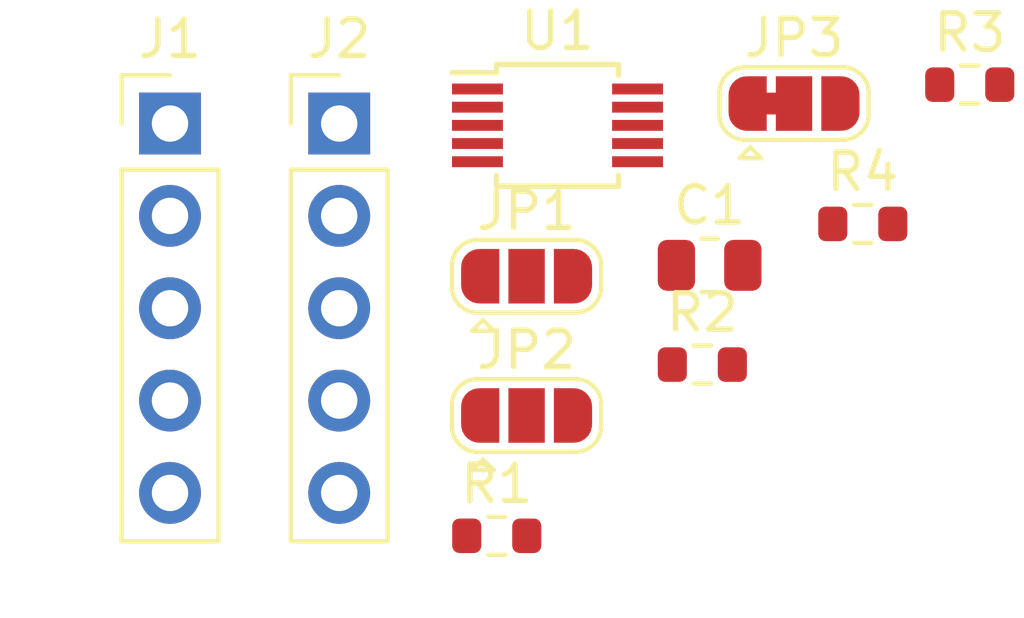
<source format=kicad_pcb>
(kicad_pcb (version 20171130) (host pcbnew 5.1.12-84ad8e8a86~92~ubuntu20.04.1)

  (general
    (thickness 1.6)
    (drawings 0)
    (tracks 0)
    (zones 0)
    (modules 11)
    (nets 40)
  )

  (page A4)
  (layers
    (0 F.Cu signal)
    (31 B.Cu signal)
    (32 B.Adhes user)
    (33 F.Adhes user)
    (34 B.Paste user)
    (35 F.Paste user)
    (36 B.SilkS user)
    (37 F.SilkS user)
    (38 B.Mask user)
    (39 F.Mask user)
    (40 Dwgs.User user)
    (41 Cmts.User user)
    (42 Eco1.User user)
    (43 Eco2.User user)
    (44 Edge.Cuts user)
    (45 Margin user)
    (46 B.CrtYd user)
    (47 F.CrtYd user)
    (48 B.Fab user)
    (49 F.Fab user)
  )

  (setup
    (last_trace_width 0.25)
    (trace_clearance 0.2)
    (zone_clearance 0.508)
    (zone_45_only no)
    (trace_min 0.2)
    (via_size 0.8)
    (via_drill 0.4)
    (via_min_size 0.4)
    (via_min_drill 0.3)
    (uvia_size 0.3)
    (uvia_drill 0.1)
    (uvias_allowed no)
    (uvia_min_size 0.2)
    (uvia_min_drill 0.1)
    (edge_width 0.05)
    (segment_width 0.2)
    (pcb_text_width 0.3)
    (pcb_text_size 1.5 1.5)
    (mod_edge_width 0.12)
    (mod_text_size 1 1)
    (mod_text_width 0.15)
    (pad_size 1.524 1.524)
    (pad_drill 0.762)
    (pad_to_mask_clearance 0)
    (aux_axis_origin 0 0)
    (visible_elements FFFFFF7F)
    (pcbplotparams
      (layerselection 0x010fc_ffffffff)
      (usegerberextensions false)
      (usegerberattributes true)
      (usegerberadvancedattributes true)
      (creategerberjobfile true)
      (excludeedgelayer true)
      (linewidth 0.100000)
      (plotframeref false)
      (viasonmask false)
      (mode 1)
      (useauxorigin false)
      (hpglpennumber 1)
      (hpglpenspeed 20)
      (hpglpendiameter 15.000000)
      (psnegative false)
      (psa4output false)
      (plotreference true)
      (plotvalue true)
      (plotinvisibletext false)
      (padsonsilk false)
      (subtractmaskfromsilk false)
      (outputformat 1)
      (mirror false)
      (drillshape 1)
      (scaleselection 1)
      (outputdirectory ""))
  )

  (net 0 "")
  (net 1 "Net-(C1-Pad1)")
  (net 2 "Net-(C1-Pad2)")
  (net 3 "Net-(J1-Pad5)")
  (net 4 "Net-(J1-Pad4)")
  (net 5 "Net-(J1-Pad3)")
  (net 6 "Net-(J1-Pad2)")
  (net 7 "Net-(J1-Pad1)")
  (net 8 "Net-(J2-Pad1)")
  (net 9 "Net-(J2-Pad2)")
  (net 10 "Net-(J2-Pad3)")
  (net 11 "Net-(J2-Pad4)")
  (net 12 "Net-(J2-Pad5)")
  (net 13 "Net-(JP1-Pad2)")
  (net 14 "Net-(JP1-Pad3)")
  (net 15 "Net-(JP1-Pad1)")
  (net 16 "Net-(JP2-Pad1)")
  (net 17 "Net-(JP2-Pad3)")
  (net 18 "Net-(JP2-Pad2)")
  (net 19 "Net-(JP3-Pad3)")
  (net 20 "Net-(JP3-Pad2)")
  (net 21 "Net-(JP3-Pad1)")
  (net 22 "Net-(R1-Pad1)")
  (net 23 "Net-(R1-Pad2)")
  (net 24 "Net-(R2-Pad2)")
  (net 25 "Net-(R2-Pad1)")
  (net 26 "Net-(R3-Pad1)")
  (net 27 "Net-(R3-Pad2)")
  (net 28 "Net-(R4-Pad2)")
  (net 29 "Net-(R4-Pad1)")
  (net 30 "Net-(U1-Pad1)")
  (net 31 "Net-(U1-Pad2)")
  (net 32 "Net-(U1-Pad3)")
  (net 33 "Net-(U1-Pad4)")
  (net 34 "Net-(U1-Pad5)")
  (net 35 "Net-(U1-Pad6)")
  (net 36 "Net-(U1-Pad7)")
  (net 37 "Net-(U1-Pad8)")
  (net 38 "Net-(U1-Pad9)")
  (net 39 "Net-(U1-Pad10)")

  (net_class Default "This is the default net class."
    (clearance 0.2)
    (trace_width 0.25)
    (via_dia 0.8)
    (via_drill 0.4)
    (uvia_dia 0.3)
    (uvia_drill 0.1)
    (add_net "Net-(C1-Pad1)")
    (add_net "Net-(C1-Pad2)")
    (add_net "Net-(J1-Pad1)")
    (add_net "Net-(J1-Pad2)")
    (add_net "Net-(J1-Pad3)")
    (add_net "Net-(J1-Pad4)")
    (add_net "Net-(J1-Pad5)")
    (add_net "Net-(J2-Pad1)")
    (add_net "Net-(J2-Pad2)")
    (add_net "Net-(J2-Pad3)")
    (add_net "Net-(J2-Pad4)")
    (add_net "Net-(J2-Pad5)")
    (add_net "Net-(JP1-Pad1)")
    (add_net "Net-(JP1-Pad2)")
    (add_net "Net-(JP1-Pad3)")
    (add_net "Net-(JP2-Pad1)")
    (add_net "Net-(JP2-Pad2)")
    (add_net "Net-(JP2-Pad3)")
    (add_net "Net-(JP3-Pad1)")
    (add_net "Net-(JP3-Pad2)")
    (add_net "Net-(JP3-Pad3)")
    (add_net "Net-(R1-Pad1)")
    (add_net "Net-(R1-Pad2)")
    (add_net "Net-(R2-Pad1)")
    (add_net "Net-(R2-Pad2)")
    (add_net "Net-(R3-Pad1)")
    (add_net "Net-(R3-Pad2)")
    (add_net "Net-(R4-Pad1)")
    (add_net "Net-(R4-Pad2)")
    (add_net "Net-(U1-Pad1)")
    (add_net "Net-(U1-Pad10)")
    (add_net "Net-(U1-Pad2)")
    (add_net "Net-(U1-Pad3)")
    (add_net "Net-(U1-Pad4)")
    (add_net "Net-(U1-Pad5)")
    (add_net "Net-(U1-Pad6)")
    (add_net "Net-(U1-Pad7)")
    (add_net "Net-(U1-Pad8)")
    (add_net "Net-(U1-Pad9)")
  )

  (module Resistor_SMD:R_0805_2012Metric (layer F.Cu) (tedit 5F68FEEE) (tstamp 62097EF9)
    (at 152.951401 100.009801)
    (descr "Resistor SMD 0805 (2012 Metric), square (rectangular) end terminal, IPC_7351 nominal, (Body size source: IPC-SM-782 page 72, https://www.pcb-3d.com/wordpress/wp-content/uploads/ipc-sm-782a_amendment_1_and_2.pdf), generated with kicad-footprint-generator")
    (tags resistor)
    (path /6206CDC6)
    (attr smd)
    (fp_text reference C1 (at 0 -1.65) (layer F.SilkS)
      (effects (font (size 1 1) (thickness 0.15)))
    )
    (fp_text value 0.1uF (at 0 1.65) (layer F.Fab)
      (effects (font (size 1 1) (thickness 0.15)))
    )
    (fp_line (start 1.68 0.95) (end -1.68 0.95) (layer F.CrtYd) (width 0.05))
    (fp_line (start 1.68 -0.95) (end 1.68 0.95) (layer F.CrtYd) (width 0.05))
    (fp_line (start -1.68 -0.95) (end 1.68 -0.95) (layer F.CrtYd) (width 0.05))
    (fp_line (start -1.68 0.95) (end -1.68 -0.95) (layer F.CrtYd) (width 0.05))
    (fp_line (start -0.227064 0.735) (end 0.227064 0.735) (layer F.SilkS) (width 0.12))
    (fp_line (start -0.227064 -0.735) (end 0.227064 -0.735) (layer F.SilkS) (width 0.12))
    (fp_line (start 1 0.625) (end -1 0.625) (layer F.Fab) (width 0.1))
    (fp_line (start 1 -0.625) (end 1 0.625) (layer F.Fab) (width 0.1))
    (fp_line (start -1 -0.625) (end 1 -0.625) (layer F.Fab) (width 0.1))
    (fp_line (start -1 0.625) (end -1 -0.625) (layer F.Fab) (width 0.1))
    (fp_text user %R (at 0 0) (layer F.Fab)
      (effects (font (size 0.5 0.5) (thickness 0.08)))
    )
    (pad 1 smd roundrect (at -0.9125 0) (size 1.025 1.4) (layers F.Cu F.Paste F.Mask) (roundrect_rratio 0.243902)
      (net 1 "Net-(C1-Pad1)"))
    (pad 2 smd roundrect (at 0.9125 0) (size 1.025 1.4) (layers F.Cu F.Paste F.Mask) (roundrect_rratio 0.243902)
      (net 2 "Net-(C1-Pad2)"))
    (model ${KISYS3DMOD}/Resistor_SMD.3dshapes/R_0805_2012Metric.wrl
      (at (xyz 0 0 0))
      (scale (xyz 1 1 1))
      (rotate (xyz 0 0 0))
    )
  )

  (module Connector_PinHeader_2.54mm:PinHeader_1x05_P2.54mm_Vertical (layer F.Cu) (tedit 59FED5CC) (tstamp 62097F12)
    (at 138.121401 96.109801)
    (descr "Through hole straight pin header, 1x05, 2.54mm pitch, single row")
    (tags "Through hole pin header THT 1x05 2.54mm single row")
    (path /62032005)
    (fp_text reference J1 (at 0 -2.33) (layer F.SilkS)
      (effects (font (size 1 1) (thickness 0.15)))
    )
    (fp_text value Conn_01x05 (at 0 12.49) (layer F.Fab)
      (effects (font (size 1 1) (thickness 0.15)))
    )
    (fp_text user %R (at 0 5.08 90) (layer F.Fab)
      (effects (font (size 1 1) (thickness 0.15)))
    )
    (fp_line (start -0.635 -1.27) (end 1.27 -1.27) (layer F.Fab) (width 0.1))
    (fp_line (start 1.27 -1.27) (end 1.27 11.43) (layer F.Fab) (width 0.1))
    (fp_line (start 1.27 11.43) (end -1.27 11.43) (layer F.Fab) (width 0.1))
    (fp_line (start -1.27 11.43) (end -1.27 -0.635) (layer F.Fab) (width 0.1))
    (fp_line (start -1.27 -0.635) (end -0.635 -1.27) (layer F.Fab) (width 0.1))
    (fp_line (start -1.33 11.49) (end 1.33 11.49) (layer F.SilkS) (width 0.12))
    (fp_line (start -1.33 1.27) (end -1.33 11.49) (layer F.SilkS) (width 0.12))
    (fp_line (start 1.33 1.27) (end 1.33 11.49) (layer F.SilkS) (width 0.12))
    (fp_line (start -1.33 1.27) (end 1.33 1.27) (layer F.SilkS) (width 0.12))
    (fp_line (start -1.33 0) (end -1.33 -1.33) (layer F.SilkS) (width 0.12))
    (fp_line (start -1.33 -1.33) (end 0 -1.33) (layer F.SilkS) (width 0.12))
    (fp_line (start -1.8 -1.8) (end -1.8 11.95) (layer F.CrtYd) (width 0.05))
    (fp_line (start -1.8 11.95) (end 1.8 11.95) (layer F.CrtYd) (width 0.05))
    (fp_line (start 1.8 11.95) (end 1.8 -1.8) (layer F.CrtYd) (width 0.05))
    (fp_line (start 1.8 -1.8) (end -1.8 -1.8) (layer F.CrtYd) (width 0.05))
    (pad 5 thru_hole oval (at 0 10.16) (size 1.7 1.7) (drill 1) (layers *.Cu *.Mask)
      (net 3 "Net-(J1-Pad5)"))
    (pad 4 thru_hole oval (at 0 7.62) (size 1.7 1.7) (drill 1) (layers *.Cu *.Mask)
      (net 4 "Net-(J1-Pad4)"))
    (pad 3 thru_hole oval (at 0 5.08) (size 1.7 1.7) (drill 1) (layers *.Cu *.Mask)
      (net 5 "Net-(J1-Pad3)"))
    (pad 2 thru_hole oval (at 0 2.54) (size 1.7 1.7) (drill 1) (layers *.Cu *.Mask)
      (net 6 "Net-(J1-Pad2)"))
    (pad 1 thru_hole rect (at 0 0) (size 1.7 1.7) (drill 1) (layers *.Cu *.Mask)
      (net 7 "Net-(J1-Pad1)"))
    (model ${KISYS3DMOD}/Connector_PinHeader_2.54mm.3dshapes/PinHeader_1x05_P2.54mm_Vertical.wrl
      (at (xyz 0 0 0))
      (scale (xyz 1 1 1))
      (rotate (xyz 0 0 0))
    )
  )

  (module Connector_PinHeader_2.54mm:PinHeader_1x05_P2.54mm_Vertical (layer F.Cu) (tedit 59FED5CC) (tstamp 62097F2B)
    (at 142.771401 96.109801)
    (descr "Through hole straight pin header, 1x05, 2.54mm pitch, single row")
    (tags "Through hole pin header THT 1x05 2.54mm single row")
    (path /620115A5)
    (fp_text reference J2 (at 0 -2.33) (layer F.SilkS)
      (effects (font (size 1 1) (thickness 0.15)))
    )
    (fp_text value Conn_01x05 (at 0 12.49) (layer F.Fab)
      (effects (font (size 1 1) (thickness 0.15)))
    )
    (fp_line (start 1.8 -1.8) (end -1.8 -1.8) (layer F.CrtYd) (width 0.05))
    (fp_line (start 1.8 11.95) (end 1.8 -1.8) (layer F.CrtYd) (width 0.05))
    (fp_line (start -1.8 11.95) (end 1.8 11.95) (layer F.CrtYd) (width 0.05))
    (fp_line (start -1.8 -1.8) (end -1.8 11.95) (layer F.CrtYd) (width 0.05))
    (fp_line (start -1.33 -1.33) (end 0 -1.33) (layer F.SilkS) (width 0.12))
    (fp_line (start -1.33 0) (end -1.33 -1.33) (layer F.SilkS) (width 0.12))
    (fp_line (start -1.33 1.27) (end 1.33 1.27) (layer F.SilkS) (width 0.12))
    (fp_line (start 1.33 1.27) (end 1.33 11.49) (layer F.SilkS) (width 0.12))
    (fp_line (start -1.33 1.27) (end -1.33 11.49) (layer F.SilkS) (width 0.12))
    (fp_line (start -1.33 11.49) (end 1.33 11.49) (layer F.SilkS) (width 0.12))
    (fp_line (start -1.27 -0.635) (end -0.635 -1.27) (layer F.Fab) (width 0.1))
    (fp_line (start -1.27 11.43) (end -1.27 -0.635) (layer F.Fab) (width 0.1))
    (fp_line (start 1.27 11.43) (end -1.27 11.43) (layer F.Fab) (width 0.1))
    (fp_line (start 1.27 -1.27) (end 1.27 11.43) (layer F.Fab) (width 0.1))
    (fp_line (start -0.635 -1.27) (end 1.27 -1.27) (layer F.Fab) (width 0.1))
    (fp_text user %R (at 0 5.08 90) (layer F.Fab)
      (effects (font (size 1 1) (thickness 0.15)))
    )
    (pad 1 thru_hole rect (at 0 0) (size 1.7 1.7) (drill 1) (layers *.Cu *.Mask)
      (net 8 "Net-(J2-Pad1)"))
    (pad 2 thru_hole oval (at 0 2.54) (size 1.7 1.7) (drill 1) (layers *.Cu *.Mask)
      (net 9 "Net-(J2-Pad2)"))
    (pad 3 thru_hole oval (at 0 5.08) (size 1.7 1.7) (drill 1) (layers *.Cu *.Mask)
      (net 10 "Net-(J2-Pad3)"))
    (pad 4 thru_hole oval (at 0 7.62) (size 1.7 1.7) (drill 1) (layers *.Cu *.Mask)
      (net 11 "Net-(J2-Pad4)"))
    (pad 5 thru_hole oval (at 0 10.16) (size 1.7 1.7) (drill 1) (layers *.Cu *.Mask)
      (net 12 "Net-(J2-Pad5)"))
    (model ${KISYS3DMOD}/Connector_PinHeader_2.54mm.3dshapes/PinHeader_1x05_P2.54mm_Vertical.wrl
      (at (xyz 0 0 0))
      (scale (xyz 1 1 1))
      (rotate (xyz 0 0 0))
    )
  )

  (module Jumper:SolderJumper-3_P1.3mm_Open_RoundedPad1.0x1.5mm (layer F.Cu) (tedit 5B391EB7) (tstamp 62097F41)
    (at 147.921401 100.309801)
    (descr "SMD Solder 3-pad Jumper, 1x1.5mm rounded Pads, 0.3mm gap, open")
    (tags "solder jumper open")
    (path /6203EACE)
    (attr virtual)
    (fp_text reference JP1 (at 0 -1.8) (layer F.SilkS)
      (effects (font (size 1 1) (thickness 0.15)))
    )
    (fp_text value I2C (at 0 1.9) (layer F.Fab)
      (effects (font (size 1 1) (thickness 0.15)))
    )
    (fp_arc (start -1.35 -0.3) (end -1.35 -1) (angle -90) (layer F.SilkS) (width 0.12))
    (fp_arc (start -1.35 0.3) (end -2.05 0.3) (angle -90) (layer F.SilkS) (width 0.12))
    (fp_arc (start 1.35 0.3) (end 1.35 1) (angle -90) (layer F.SilkS) (width 0.12))
    (fp_arc (start 1.35 -0.3) (end 2.05 -0.3) (angle -90) (layer F.SilkS) (width 0.12))
    (fp_line (start -1.2 1.2) (end -0.9 1.5) (layer F.SilkS) (width 0.12))
    (fp_line (start -1.5 1.5) (end -0.9 1.5) (layer F.SilkS) (width 0.12))
    (fp_line (start -1.2 1.2) (end -1.5 1.5) (layer F.SilkS) (width 0.12))
    (fp_line (start -2.05 0.3) (end -2.05 -0.3) (layer F.SilkS) (width 0.12))
    (fp_line (start 1.4 1) (end -1.4 1) (layer F.SilkS) (width 0.12))
    (fp_line (start 2.05 -0.3) (end 2.05 0.3) (layer F.SilkS) (width 0.12))
    (fp_line (start -1.4 -1) (end 1.4 -1) (layer F.SilkS) (width 0.12))
    (fp_line (start -2.3 -1.25) (end 2.3 -1.25) (layer F.CrtYd) (width 0.05))
    (fp_line (start -2.3 -1.25) (end -2.3 1.25) (layer F.CrtYd) (width 0.05))
    (fp_line (start 2.3 1.25) (end 2.3 -1.25) (layer F.CrtYd) (width 0.05))
    (fp_line (start 2.3 1.25) (end -2.3 1.25) (layer F.CrtYd) (width 0.05))
    (pad 2 smd rect (at 0 0) (size 1 1.5) (layers F.Cu F.Mask)
      (net 13 "Net-(JP1-Pad2)"))
    (pad 3 smd custom (at 1.3 0) (size 1 0.5) (layers F.Cu F.Mask)
      (net 14 "Net-(JP1-Pad3)") (zone_connect 2)
      (options (clearance outline) (anchor rect))
      (primitives
        (gr_circle (center 0 0.25) (end 0.5 0.25) (width 0))
        (gr_circle (center 0 -0.25) (end 0.5 -0.25) (width 0))
        (gr_poly (pts
           (xy -0.55 -0.75) (xy 0 -0.75) (xy 0 0.75) (xy -0.55 0.75)) (width 0))
      ))
    (pad 1 smd custom (at -1.3 0) (size 1 0.5) (layers F.Cu F.Mask)
      (net 15 "Net-(JP1-Pad1)") (zone_connect 2)
      (options (clearance outline) (anchor rect))
      (primitives
        (gr_circle (center 0 0.25) (end 0.5 0.25) (width 0))
        (gr_circle (center 0 -0.25) (end 0.5 -0.25) (width 0))
        (gr_poly (pts
           (xy 0.55 -0.75) (xy 0 -0.75) (xy 0 0.75) (xy 0.55 0.75)) (width 0))
      ))
  )

  (module Jumper:SolderJumper-3_P1.3mm_Open_RoundedPad1.0x1.5mm (layer F.Cu) (tedit 5B391EB7) (tstamp 62097F57)
    (at 147.921401 104.139801)
    (descr "SMD Solder 3-pad Jumper, 1x1.5mm rounded Pads, 0.3mm gap, open")
    (tags "solder jumper open")
    (path /6202B85E)
    (attr virtual)
    (fp_text reference JP2 (at 0 -1.8) (layer F.SilkS)
      (effects (font (size 1 1) (thickness 0.15)))
    )
    (fp_text value SCL (at 0 1.9) (layer F.Fab)
      (effects (font (size 1 1) (thickness 0.15)))
    )
    (fp_line (start 2.3 1.25) (end -2.3 1.25) (layer F.CrtYd) (width 0.05))
    (fp_line (start 2.3 1.25) (end 2.3 -1.25) (layer F.CrtYd) (width 0.05))
    (fp_line (start -2.3 -1.25) (end -2.3 1.25) (layer F.CrtYd) (width 0.05))
    (fp_line (start -2.3 -1.25) (end 2.3 -1.25) (layer F.CrtYd) (width 0.05))
    (fp_line (start -1.4 -1) (end 1.4 -1) (layer F.SilkS) (width 0.12))
    (fp_line (start 2.05 -0.3) (end 2.05 0.3) (layer F.SilkS) (width 0.12))
    (fp_line (start 1.4 1) (end -1.4 1) (layer F.SilkS) (width 0.12))
    (fp_line (start -2.05 0.3) (end -2.05 -0.3) (layer F.SilkS) (width 0.12))
    (fp_line (start -1.2 1.2) (end -1.5 1.5) (layer F.SilkS) (width 0.12))
    (fp_line (start -1.5 1.5) (end -0.9 1.5) (layer F.SilkS) (width 0.12))
    (fp_line (start -1.2 1.2) (end -0.9 1.5) (layer F.SilkS) (width 0.12))
    (fp_arc (start 1.35 -0.3) (end 2.05 -0.3) (angle -90) (layer F.SilkS) (width 0.12))
    (fp_arc (start 1.35 0.3) (end 1.35 1) (angle -90) (layer F.SilkS) (width 0.12))
    (fp_arc (start -1.35 0.3) (end -2.05 0.3) (angle -90) (layer F.SilkS) (width 0.12))
    (fp_arc (start -1.35 -0.3) (end -1.35 -1) (angle -90) (layer F.SilkS) (width 0.12))
    (pad 1 smd custom (at -1.3 0) (size 1 0.5) (layers F.Cu F.Mask)
      (net 16 "Net-(JP2-Pad1)") (zone_connect 2)
      (options (clearance outline) (anchor rect))
      (primitives
        (gr_circle (center 0 0.25) (end 0.5 0.25) (width 0))
        (gr_circle (center 0 -0.25) (end 0.5 -0.25) (width 0))
        (gr_poly (pts
           (xy 0.55 -0.75) (xy 0 -0.75) (xy 0 0.75) (xy 0.55 0.75)) (width 0))
      ))
    (pad 3 smd custom (at 1.3 0) (size 1 0.5) (layers F.Cu F.Mask)
      (net 17 "Net-(JP2-Pad3)") (zone_connect 2)
      (options (clearance outline) (anchor rect))
      (primitives
        (gr_circle (center 0 0.25) (end 0.5 0.25) (width 0))
        (gr_circle (center 0 -0.25) (end 0.5 -0.25) (width 0))
        (gr_poly (pts
           (xy -0.55 -0.75) (xy 0 -0.75) (xy 0 0.75) (xy -0.55 0.75)) (width 0))
      ))
    (pad 2 smd rect (at 0 0) (size 1 1.5) (layers F.Cu F.Mask)
      (net 18 "Net-(JP2-Pad2)"))
  )

  (module Jumper:SolderJumper-3_P1.3mm_Bridged12_RoundedPad1.0x1.5mm (layer F.Cu) (tedit 5C745321) (tstamp 62097F6E)
    (at 155.271401 95.559801)
    (descr "SMD Solder 3-pad Jumper, 1x1.5mm rounded Pads, 0.3mm gap, pads 1-2 bridged with 1 copper strip")
    (tags "solder jumper open")
    (path /6201E720)
    (attr virtual)
    (fp_text reference JP3 (at 0 -1.8) (layer F.SilkS)
      (effects (font (size 1 1) (thickness 0.15)))
    )
    (fp_text value SDA (at 0 1.9) (layer F.Fab)
      (effects (font (size 1 1) (thickness 0.15)))
    )
    (fp_poly (pts (xy -0.9 -0.3) (xy -0.4 -0.3) (xy -0.4 0.3) (xy -0.9 0.3)) (layer F.Cu) (width 0))
    (fp_line (start 2.3 1.25) (end -2.3 1.25) (layer F.CrtYd) (width 0.05))
    (fp_line (start 2.3 1.25) (end 2.3 -1.25) (layer F.CrtYd) (width 0.05))
    (fp_line (start -2.3 -1.25) (end -2.3 1.25) (layer F.CrtYd) (width 0.05))
    (fp_line (start -2.3 -1.25) (end 2.3 -1.25) (layer F.CrtYd) (width 0.05))
    (fp_line (start -1.4 -1) (end 1.4 -1) (layer F.SilkS) (width 0.12))
    (fp_line (start 2.05 -0.3) (end 2.05 0.3) (layer F.SilkS) (width 0.12))
    (fp_line (start 1.4 1) (end -1.4 1) (layer F.SilkS) (width 0.12))
    (fp_line (start -2.05 0.3) (end -2.05 -0.3) (layer F.SilkS) (width 0.12))
    (fp_line (start -1.2 1.2) (end -1.5 1.5) (layer F.SilkS) (width 0.12))
    (fp_line (start -1.5 1.5) (end -0.9 1.5) (layer F.SilkS) (width 0.12))
    (fp_line (start -1.2 1.2) (end -0.9 1.5) (layer F.SilkS) (width 0.12))
    (fp_arc (start 1.35 -0.3) (end 2.05 -0.3) (angle -90) (layer F.SilkS) (width 0.12))
    (fp_arc (start 1.35 0.3) (end 1.35 1) (angle -90) (layer F.SilkS) (width 0.12))
    (fp_arc (start -1.35 0.3) (end -2.05 0.3) (angle -90) (layer F.SilkS) (width 0.12))
    (fp_arc (start -1.35 -0.3) (end -1.35 -1) (angle -90) (layer F.SilkS) (width 0.12))
    (pad 3 smd custom (at 1.3 0) (size 1 0.5) (layers F.Cu F.Mask)
      (net 19 "Net-(JP3-Pad3)") (zone_connect 2)
      (options (clearance outline) (anchor rect))
      (primitives
        (gr_circle (center 0 0.25) (end 0.5 0.25) (width 0))
        (gr_circle (center 0 -0.25) (end 0.5 -0.25) (width 0))
        (gr_poly (pts
           (xy -0.55 -0.75) (xy 0 -0.75) (xy 0 0.75) (xy -0.55 0.75)) (width 0))
      ))
    (pad 2 smd rect (at 0 0) (size 1 1.5) (layers F.Cu F.Mask)
      (net 20 "Net-(JP3-Pad2)"))
    (pad 1 smd custom (at -1.3 0) (size 1 0.5) (layers F.Cu F.Mask)
      (net 21 "Net-(JP3-Pad1)") (zone_connect 2)
      (options (clearance outline) (anchor rect))
      (primitives
        (gr_circle (center 0 0.25) (end 0.5 0.25) (width 0))
        (gr_circle (center 0 -0.25) (end 0.5 -0.25) (width 0))
        (gr_poly (pts
           (xy 0.55 -0.75) (xy 0 -0.75) (xy 0 0.75) (xy 0.55 0.75)) (width 0))
      ))
  )

  (module Resistor_SMD:R_0603_1608Metric (layer F.Cu) (tedit 5F68FEEE) (tstamp 62097F7F)
    (at 147.101401 107.449801)
    (descr "Resistor SMD 0603 (1608 Metric), square (rectangular) end terminal, IPC_7351 nominal, (Body size source: IPC-SM-782 page 72, https://www.pcb-3d.com/wordpress/wp-content/uploads/ipc-sm-782a_amendment_1_and_2.pdf), generated with kicad-footprint-generator")
    (tags resistor)
    (path /6201C9D1)
    (attr smd)
    (fp_text reference R1 (at 0 -1.43) (layer F.SilkS)
      (effects (font (size 1 1) (thickness 0.15)))
    )
    (fp_text value 4.7k (at 0 1.43) (layer F.Fab)
      (effects (font (size 1 1) (thickness 0.15)))
    )
    (fp_line (start 1.48 0.73) (end -1.48 0.73) (layer F.CrtYd) (width 0.05))
    (fp_line (start 1.48 -0.73) (end 1.48 0.73) (layer F.CrtYd) (width 0.05))
    (fp_line (start -1.48 -0.73) (end 1.48 -0.73) (layer F.CrtYd) (width 0.05))
    (fp_line (start -1.48 0.73) (end -1.48 -0.73) (layer F.CrtYd) (width 0.05))
    (fp_line (start -0.237258 0.5225) (end 0.237258 0.5225) (layer F.SilkS) (width 0.12))
    (fp_line (start -0.237258 -0.5225) (end 0.237258 -0.5225) (layer F.SilkS) (width 0.12))
    (fp_line (start 0.8 0.4125) (end -0.8 0.4125) (layer F.Fab) (width 0.1))
    (fp_line (start 0.8 -0.4125) (end 0.8 0.4125) (layer F.Fab) (width 0.1))
    (fp_line (start -0.8 -0.4125) (end 0.8 -0.4125) (layer F.Fab) (width 0.1))
    (fp_line (start -0.8 0.4125) (end -0.8 -0.4125) (layer F.Fab) (width 0.1))
    (fp_text user %R (at 0 0) (layer F.Fab)
      (effects (font (size 0.4 0.4) (thickness 0.06)))
    )
    (pad 1 smd roundrect (at -0.825 0) (size 0.8 0.95) (layers F.Cu F.Paste F.Mask) (roundrect_rratio 0.25)
      (net 22 "Net-(R1-Pad1)"))
    (pad 2 smd roundrect (at 0.825 0) (size 0.8 0.95) (layers F.Cu F.Paste F.Mask) (roundrect_rratio 0.25)
      (net 23 "Net-(R1-Pad2)"))
    (model ${KISYS3DMOD}/Resistor_SMD.3dshapes/R_0603_1608Metric.wrl
      (at (xyz 0 0 0))
      (scale (xyz 1 1 1))
      (rotate (xyz 0 0 0))
    )
  )

  (module Resistor_SMD:R_0603_1608Metric (layer F.Cu) (tedit 5F68FEEE) (tstamp 62097F90)
    (at 152.751401 102.739801)
    (descr "Resistor SMD 0603 (1608 Metric), square (rectangular) end terminal, IPC_7351 nominal, (Body size source: IPC-SM-782 page 72, https://www.pcb-3d.com/wordpress/wp-content/uploads/ipc-sm-782a_amendment_1_and_2.pdf), generated with kicad-footprint-generator")
    (tags resistor)
    (path /620B838E)
    (attr smd)
    (fp_text reference R2 (at 0 -1.43) (layer F.SilkS)
      (effects (font (size 1 1) (thickness 0.15)))
    )
    (fp_text value 4.7k (at 0 1.43) (layer F.Fab)
      (effects (font (size 1 1) (thickness 0.15)))
    )
    (fp_text user %R (at 0 0) (layer F.Fab)
      (effects (font (size 0.4 0.4) (thickness 0.06)))
    )
    (fp_line (start -0.8 0.4125) (end -0.8 -0.4125) (layer F.Fab) (width 0.1))
    (fp_line (start -0.8 -0.4125) (end 0.8 -0.4125) (layer F.Fab) (width 0.1))
    (fp_line (start 0.8 -0.4125) (end 0.8 0.4125) (layer F.Fab) (width 0.1))
    (fp_line (start 0.8 0.4125) (end -0.8 0.4125) (layer F.Fab) (width 0.1))
    (fp_line (start -0.237258 -0.5225) (end 0.237258 -0.5225) (layer F.SilkS) (width 0.12))
    (fp_line (start -0.237258 0.5225) (end 0.237258 0.5225) (layer F.SilkS) (width 0.12))
    (fp_line (start -1.48 0.73) (end -1.48 -0.73) (layer F.CrtYd) (width 0.05))
    (fp_line (start -1.48 -0.73) (end 1.48 -0.73) (layer F.CrtYd) (width 0.05))
    (fp_line (start 1.48 -0.73) (end 1.48 0.73) (layer F.CrtYd) (width 0.05))
    (fp_line (start 1.48 0.73) (end -1.48 0.73) (layer F.CrtYd) (width 0.05))
    (pad 2 smd roundrect (at 0.825 0) (size 0.8 0.95) (layers F.Cu F.Paste F.Mask) (roundrect_rratio 0.25)
      (net 24 "Net-(R2-Pad2)"))
    (pad 1 smd roundrect (at -0.825 0) (size 0.8 0.95) (layers F.Cu F.Paste F.Mask) (roundrect_rratio 0.25)
      (net 25 "Net-(R2-Pad1)"))
    (model ${KISYS3DMOD}/Resistor_SMD.3dshapes/R_0603_1608Metric.wrl
      (at (xyz 0 0 0))
      (scale (xyz 1 1 1))
      (rotate (xyz 0 0 0))
    )
  )

  (module Resistor_SMD:R_0603_1608Metric (layer F.Cu) (tedit 5F68FEEE) (tstamp 62097FA1)
    (at 160.101401 95.039801)
    (descr "Resistor SMD 0603 (1608 Metric), square (rectangular) end terminal, IPC_7351 nominal, (Body size source: IPC-SM-782 page 72, https://www.pcb-3d.com/wordpress/wp-content/uploads/ipc-sm-782a_amendment_1_and_2.pdf), generated with kicad-footprint-generator")
    (tags resistor)
    (path /620B8C4A)
    (attr smd)
    (fp_text reference R3 (at 0 -1.43) (layer F.SilkS)
      (effects (font (size 1 1) (thickness 0.15)))
    )
    (fp_text value 10k (at 0 1.43) (layer F.Fab)
      (effects (font (size 1 1) (thickness 0.15)))
    )
    (fp_line (start 1.48 0.73) (end -1.48 0.73) (layer F.CrtYd) (width 0.05))
    (fp_line (start 1.48 -0.73) (end 1.48 0.73) (layer F.CrtYd) (width 0.05))
    (fp_line (start -1.48 -0.73) (end 1.48 -0.73) (layer F.CrtYd) (width 0.05))
    (fp_line (start -1.48 0.73) (end -1.48 -0.73) (layer F.CrtYd) (width 0.05))
    (fp_line (start -0.237258 0.5225) (end 0.237258 0.5225) (layer F.SilkS) (width 0.12))
    (fp_line (start -0.237258 -0.5225) (end 0.237258 -0.5225) (layer F.SilkS) (width 0.12))
    (fp_line (start 0.8 0.4125) (end -0.8 0.4125) (layer F.Fab) (width 0.1))
    (fp_line (start 0.8 -0.4125) (end 0.8 0.4125) (layer F.Fab) (width 0.1))
    (fp_line (start -0.8 -0.4125) (end 0.8 -0.4125) (layer F.Fab) (width 0.1))
    (fp_line (start -0.8 0.4125) (end -0.8 -0.4125) (layer F.Fab) (width 0.1))
    (fp_text user %R (at 0 0) (layer F.Fab)
      (effects (font (size 0.4 0.4) (thickness 0.06)))
    )
    (pad 1 smd roundrect (at -0.825 0) (size 0.8 0.95) (layers F.Cu F.Paste F.Mask) (roundrect_rratio 0.25)
      (net 26 "Net-(R3-Pad1)"))
    (pad 2 smd roundrect (at 0.825 0) (size 0.8 0.95) (layers F.Cu F.Paste F.Mask) (roundrect_rratio 0.25)
      (net 27 "Net-(R3-Pad2)"))
    (model ${KISYS3DMOD}/Resistor_SMD.3dshapes/R_0603_1608Metric.wrl
      (at (xyz 0 0 0))
      (scale (xyz 1 1 1))
      (rotate (xyz 0 0 0))
    )
  )

  (module Resistor_SMD:R_0603_1608Metric (layer F.Cu) (tedit 5F68FEEE) (tstamp 62097FB2)
    (at 157.161401 98.869801)
    (descr "Resistor SMD 0603 (1608 Metric), square (rectangular) end terminal, IPC_7351 nominal, (Body size source: IPC-SM-782 page 72, https://www.pcb-3d.com/wordpress/wp-content/uploads/ipc-sm-782a_amendment_1_and_2.pdf), generated with kicad-footprint-generator")
    (tags resistor)
    (path /620B9672)
    (attr smd)
    (fp_text reference R4 (at 0 -1.43) (layer F.SilkS)
      (effects (font (size 1 1) (thickness 0.15)))
    )
    (fp_text value 10k (at 0 1.43) (layer F.Fab)
      (effects (font (size 1 1) (thickness 0.15)))
    )
    (fp_text user %R (at 0 0) (layer F.Fab)
      (effects (font (size 0.4 0.4) (thickness 0.06)))
    )
    (fp_line (start -0.8 0.4125) (end -0.8 -0.4125) (layer F.Fab) (width 0.1))
    (fp_line (start -0.8 -0.4125) (end 0.8 -0.4125) (layer F.Fab) (width 0.1))
    (fp_line (start 0.8 -0.4125) (end 0.8 0.4125) (layer F.Fab) (width 0.1))
    (fp_line (start 0.8 0.4125) (end -0.8 0.4125) (layer F.Fab) (width 0.1))
    (fp_line (start -0.237258 -0.5225) (end 0.237258 -0.5225) (layer F.SilkS) (width 0.12))
    (fp_line (start -0.237258 0.5225) (end 0.237258 0.5225) (layer F.SilkS) (width 0.12))
    (fp_line (start -1.48 0.73) (end -1.48 -0.73) (layer F.CrtYd) (width 0.05))
    (fp_line (start -1.48 -0.73) (end 1.48 -0.73) (layer F.CrtYd) (width 0.05))
    (fp_line (start 1.48 -0.73) (end 1.48 0.73) (layer F.CrtYd) (width 0.05))
    (fp_line (start 1.48 0.73) (end -1.48 0.73) (layer F.CrtYd) (width 0.05))
    (pad 2 smd roundrect (at 0.825 0) (size 0.8 0.95) (layers F.Cu F.Paste F.Mask) (roundrect_rratio 0.25)
      (net 28 "Net-(R4-Pad2)"))
    (pad 1 smd roundrect (at -0.825 0) (size 0.8 0.95) (layers F.Cu F.Paste F.Mask) (roundrect_rratio 0.25)
      (net 29 "Net-(R4-Pad1)"))
    (model ${KISYS3DMOD}/Resistor_SMD.3dshapes/R_0603_1608Metric.wrl
      (at (xyz 0 0 0))
      (scale (xyz 1 1 1))
      (rotate (xyz 0 0 0))
    )
  )

  (module Package_SO:MSOP-10_3x3mm_P0.5mm (layer F.Cu) (tedit 5A02F25C) (tstamp 62097FD1)
    (at 148.771401 96.159801)
    (descr "10-Lead Plastic Micro Small Outline Package (MS) [MSOP] (see Microchip Packaging Specification 00000049BS.pdf)")
    (tags "SSOP 0.5")
    (path /62005300)
    (attr smd)
    (fp_text reference U1 (at 0 -2.6) (layer F.SilkS)
      (effects (font (size 1 1) (thickness 0.15)))
    )
    (fp_text value MAX6683 (at 0 2.6) (layer F.Fab)
      (effects (font (size 1 1) (thickness 0.15)))
    )
    (fp_line (start -1.675 -1.45) (end -2.9 -1.45) (layer F.SilkS) (width 0.15))
    (fp_line (start -1.675 1.675) (end 1.675 1.675) (layer F.SilkS) (width 0.15))
    (fp_line (start -1.675 -1.675) (end 1.675 -1.675) (layer F.SilkS) (width 0.15))
    (fp_line (start -1.675 1.675) (end -1.675 1.375) (layer F.SilkS) (width 0.15))
    (fp_line (start 1.675 1.675) (end 1.675 1.375) (layer F.SilkS) (width 0.15))
    (fp_line (start 1.675 -1.675) (end 1.675 -1.375) (layer F.SilkS) (width 0.15))
    (fp_line (start -1.675 -1.675) (end -1.675 -1.45) (layer F.SilkS) (width 0.15))
    (fp_line (start -3.15 1.85) (end 3.15 1.85) (layer F.CrtYd) (width 0.05))
    (fp_line (start -3.15 -1.85) (end 3.15 -1.85) (layer F.CrtYd) (width 0.05))
    (fp_line (start 3.15 -1.85) (end 3.15 1.85) (layer F.CrtYd) (width 0.05))
    (fp_line (start -3.15 -1.85) (end -3.15 1.85) (layer F.CrtYd) (width 0.05))
    (fp_line (start -1.5 -0.5) (end -0.5 -1.5) (layer F.Fab) (width 0.15))
    (fp_line (start -1.5 1.5) (end -1.5 -0.5) (layer F.Fab) (width 0.15))
    (fp_line (start 1.5 1.5) (end -1.5 1.5) (layer F.Fab) (width 0.15))
    (fp_line (start 1.5 -1.5) (end 1.5 1.5) (layer F.Fab) (width 0.15))
    (fp_line (start -0.5 -1.5) (end 1.5 -1.5) (layer F.Fab) (width 0.15))
    (fp_text user %R (at 0 0) (layer F.Fab)
      (effects (font (size 0.6 0.6) (thickness 0.15)))
    )
    (pad 1 smd rect (at -2.2 -1) (size 1.4 0.3) (layers F.Cu F.Paste F.Mask)
      (net 30 "Net-(U1-Pad1)"))
    (pad 2 smd rect (at -2.2 -0.5) (size 1.4 0.3) (layers F.Cu F.Paste F.Mask)
      (net 31 "Net-(U1-Pad2)"))
    (pad 3 smd rect (at -2.2 0) (size 1.4 0.3) (layers F.Cu F.Paste F.Mask)
      (net 32 "Net-(U1-Pad3)"))
    (pad 4 smd rect (at -2.2 0.5) (size 1.4 0.3) (layers F.Cu F.Paste F.Mask)
      (net 33 "Net-(U1-Pad4)"))
    (pad 5 smd rect (at -2.2 1) (size 1.4 0.3) (layers F.Cu F.Paste F.Mask)
      (net 34 "Net-(U1-Pad5)"))
    (pad 6 smd rect (at 2.2 1) (size 1.4 0.3) (layers F.Cu F.Paste F.Mask)
      (net 35 "Net-(U1-Pad6)"))
    (pad 7 smd rect (at 2.2 0.5) (size 1.4 0.3) (layers F.Cu F.Paste F.Mask)
      (net 36 "Net-(U1-Pad7)"))
    (pad 8 smd rect (at 2.2 0) (size 1.4 0.3) (layers F.Cu F.Paste F.Mask)
      (net 37 "Net-(U1-Pad8)"))
    (pad 9 smd rect (at 2.2 -0.5) (size 1.4 0.3) (layers F.Cu F.Paste F.Mask)
      (net 38 "Net-(U1-Pad9)"))
    (pad 10 smd rect (at 2.2 -1) (size 1.4 0.3) (layers F.Cu F.Paste F.Mask)
      (net 39 "Net-(U1-Pad10)"))
    (model ${KISYS3DMOD}/Package_SO.3dshapes/MSOP-10_3x3mm_P0.5mm.wrl
      (at (xyz 0 0 0))
      (scale (xyz 1 1 1))
      (rotate (xyz 0 0 0))
    )
  )

)

</source>
